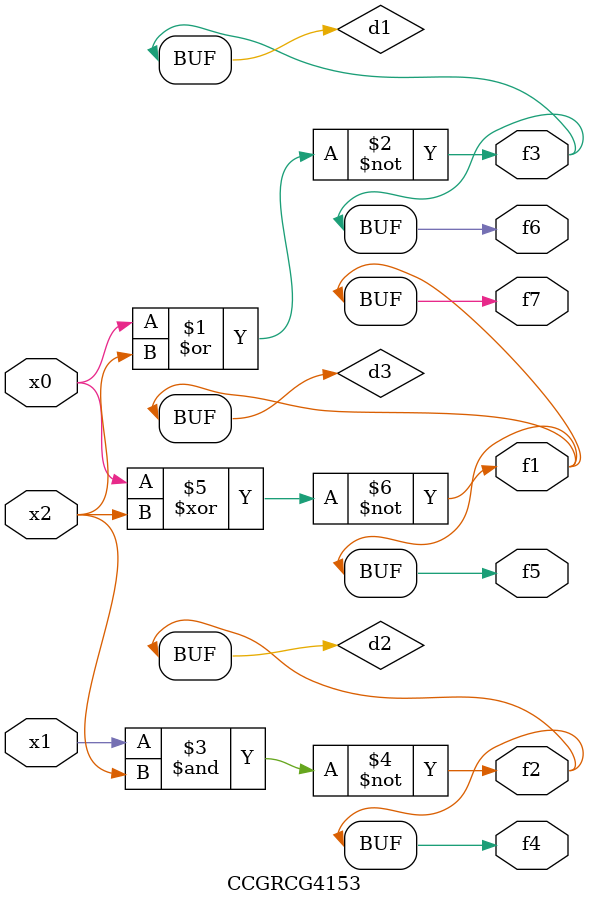
<source format=v>
module CCGRCG4153(
	input x0, x1, x2,
	output f1, f2, f3, f4, f5, f6, f7
);

	wire d1, d2, d3;

	nor (d1, x0, x2);
	nand (d2, x1, x2);
	xnor (d3, x0, x2);
	assign f1 = d3;
	assign f2 = d2;
	assign f3 = d1;
	assign f4 = d2;
	assign f5 = d3;
	assign f6 = d1;
	assign f7 = d3;
endmodule

</source>
